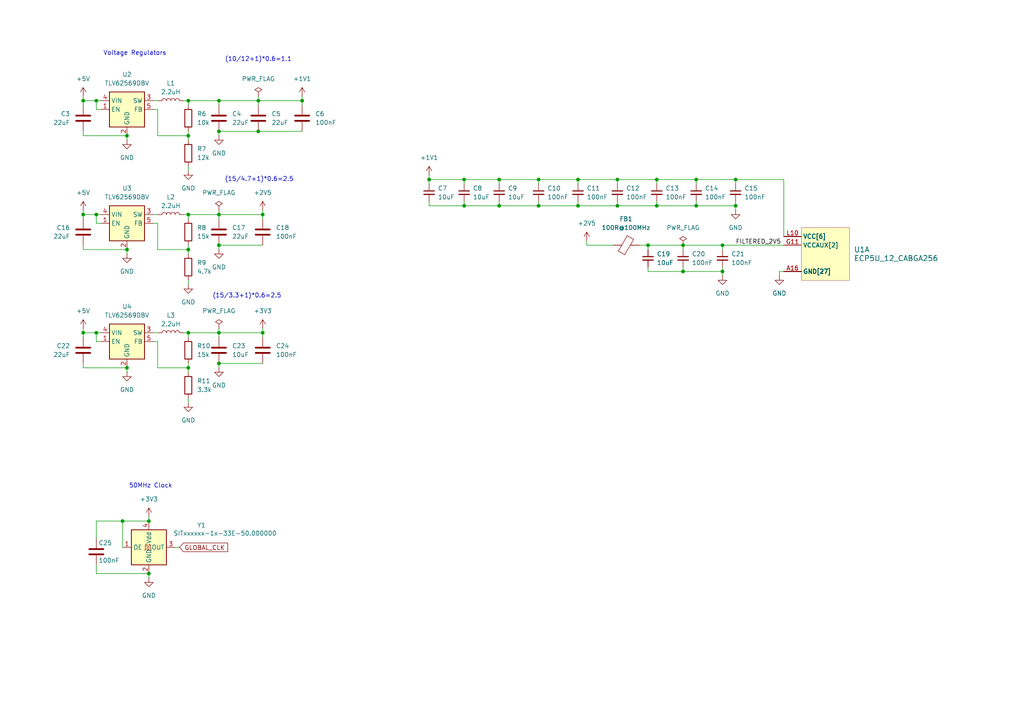
<source format=kicad_sch>
(kicad_sch (version 20250114) (generator "eeschema") (generator_version "9.0")
  (paper "A4")
  (title_block (title "Icepi zero") (date "2025-05-12") (rev "v1") (company "Chengyin Yao (cheyao)") (comment 1 "https://github.com/cheyao/icepi-zero"))
  (text "(15/4.7+1)*0.6=2.5" (at 75.184 52.07 0) (effects (font (size 1.27 1.27))))
  (text "(10/12+1)*0.6=1.1" (at 74.93 17.272 0) (effects (font (size 1.27 1.27))))
  (text "(15/3.3+1)*0.6=2.5" (at 71.628 85.852 0) (effects (font (size 1.27 1.27))))
  (text "50MHz Clock" (at 43.688 140.97 0) (effects (font (size 1.27 1.27))))
  (text "Voltage Regulators" (at 39.116 15.494 0) (effects (font (size 1.27 1.27))))
  (junction (at 209.55 71.12))
  (junction (at 63.5 38.1))
  (junction (at 54.61 72.39))
  (junction (at 54.61 106.68))
  (junction (at 213.36 52.07))
  (junction (at 201.93 52.07))
  (junction (at 27.94 62.23))
  (junction (at 167.64 52.07))
  (junction (at 43.18 151.13))
  (junction (at 74.93 29.21))
  (junction (at 35.56 151.13))
  (junction (at 63.5 29.21))
  (junction (at 74.93 38.1))
  (junction (at 179.07 59.69))
  (junction (at 190.5 59.69))
  (junction (at 27.94 29.21))
  (junction (at 54.61 39.37))
  (junction (at 24.13 29.21))
  (junction (at 63.5 96.52))
  (junction (at 36.83 39.37))
  (junction (at 27.94 96.52))
  (junction (at 190.5 52.07))
  (junction (at 198.12 71.12))
  (junction (at 144.78 59.69))
  (junction (at 87.63 29.21))
  (junction (at 201.93 59.69))
  (junction (at 187.96 71.12))
  (junction (at 63.5 71.12))
  (junction (at 124.46 52.07))
  (junction (at 134.62 59.69))
  (junction (at 167.64 59.69))
  (junction (at 54.61 96.52))
  (junction (at 36.83 106.68))
  (junction (at 63.5 62.23))
  (junction (at 76.2 62.23))
  (junction (at 63.5 105.41))
  (junction (at 24.13 96.52))
  (junction (at 43.18 166.37))
  (junction (at 134.62 52.07))
  (junction (at 76.2 96.52))
  (junction (at 179.07 52.07))
  (junction (at 209.55 78.74))
  (junction (at 36.83 72.39))
  (junction (at 198.12 78.74))
  (junction (at 156.21 52.07))
  (junction (at 144.78 52.07))
  (junction (at 24.13 62.23))
  (junction (at 213.36 59.69))
  (junction (at 156.21 59.69))
  (junction (at 54.61 29.21))
  (junction (at 54.61 62.23))
  (wire (pts (xy 27.94 29.21) (xy 27.94 31.75)))
  (wire (pts (xy 144.78 59.69) (xy 156.21 59.69)))
  (wire (pts (xy 227.33 78.74) (xy 226.06 78.74)))
  (wire (pts (xy 54.61 62.23) (xy 53.34 62.23)))
  (wire (pts (xy 134.62 52.07) (xy 124.46 52.07)))
  (wire (pts (xy 24.13 29.21) (xy 27.94 29.21)))
  (wire (pts (xy 167.64 59.69) (xy 167.64 58.42)))
  (wire (pts (xy 24.13 95.25) (xy 24.13 96.52)))
  (wire (pts (xy 24.13 29.21) (xy 24.13 30.48)))
  (wire (pts (xy 190.5 52.07) (xy 190.5 53.34)))
  (wire (pts (xy 35.56 158.75) (xy 35.56 151.13)))
  (wire (pts (xy 124.46 58.42) (xy 124.46 59.69)))
  (wire (pts (xy 54.61 39.37) (xy 45.72 39.37)))
  (wire (pts (xy 43.18 166.37) (xy 43.18 167.64)))
  (wire (pts (xy 54.61 96.52) (xy 63.5 96.52)))
  (wire (pts (xy 63.5 106.68) (xy 63.5 105.41)))
  (wire (pts (xy 54.61 62.23) (xy 63.5 62.23)))
  (wire (pts (xy 201.93 52.07) (xy 190.5 52.07)))
  (wire (pts (xy 213.36 52.07) (xy 201.93 52.07)))
  (wire (pts (xy 190.5 59.69) (xy 201.93 59.69)))
  (wire (pts (xy 209.55 72.39) (xy 209.55 71.12)))
  (wire (pts (xy 156.21 52.07) (xy 156.21 53.34)))
  (wire (pts (xy 24.13 38.1) (xy 24.13 39.37)))
  (wire (pts (xy 144.78 59.69) (xy 144.78 58.42)))
  (wire (pts (xy 63.5 60.96) (xy 63.5 62.23)))
  (wire (pts (xy 198.12 78.74) (xy 209.55 78.74)))
  (wire (pts (xy 24.13 72.39) (xy 36.83 72.39)))
  (wire (pts (xy 54.61 97.79) (xy 54.61 96.52)))
  (wire (pts (xy 54.61 106.68) (xy 45.72 106.68)))
  (wire (pts (xy 63.5 63.5) (xy 63.5 62.23)))
  (wire (pts (xy 185.42 71.12) (xy 187.96 71.12)))
  (wire (pts (xy 27.94 96.52) (xy 29.21 96.52)))
  (wire (pts (xy 54.61 30.48) (xy 54.61 29.21)))
  (wire (pts (xy 54.61 96.52) (xy 53.34 96.52)))
  (wire (pts (xy 74.93 30.48) (xy 74.93 29.21)))
  (wire (pts (xy 63.5 39.37) (xy 63.5 38.1)))
  (wire (pts (xy 50.8 158.75) (xy 52.07 158.75)))
  (wire (pts (xy 76.2 96.52) (xy 63.5 96.52)))
  (wire (pts (xy 124.46 52.07) (xy 124.46 53.34)))
  (wire (pts (xy 74.93 38.1) (xy 87.63 38.1)))
  (wire (pts (xy 24.13 62.23) (xy 27.94 62.23)))
  (wire (pts (xy 179.07 59.69) (xy 190.5 59.69)))
  (wire (pts (xy 190.5 59.69) (xy 190.5 58.42)))
  (wire (pts (xy 179.07 52.07) (xy 179.07 53.34)))
  (wire (pts (xy 187.96 78.74) (xy 198.12 78.74)))
  (wire (pts (xy 87.63 27.94) (xy 87.63 29.21)))
  (wire (pts (xy 24.13 60.96) (xy 24.13 62.23)))
  (wire (pts (xy 198.12 78.74) (xy 198.12 77.47)))
  (wire (pts (xy 24.13 27.94) (xy 24.13 29.21)))
  (wire (pts (xy 124.46 59.69) (xy 134.62 59.69)))
  (wire (pts (xy 76.2 95.25) (xy 76.2 96.52)))
  (wire (pts (xy 63.5 71.12) (xy 76.2 71.12)))
  (wire (pts (xy 76.2 60.96) (xy 76.2 62.23)))
  (wire (pts (xy 226.06 78.74) (xy 226.06 80.01)))
  (wire (pts (xy 24.13 106.68) (xy 36.83 106.68)))
  (wire (pts (xy 227.33 52.07) (xy 227.33 68.58)))
  (wire (pts (xy 201.93 58.42) (xy 201.93 59.69)))
  (wire (pts (xy 213.36 59.69) (xy 213.36 58.42)))
  (wire (pts (xy 213.36 53.34) (xy 213.36 52.07)))
  (wire (pts (xy 144.78 52.07) (xy 156.21 52.07)))
  (wire (pts (xy 187.96 71.12) (xy 198.12 71.12)))
  (wire (pts (xy 54.61 115.57) (xy 54.61 116.84)))
  (wire (pts (xy 76.2 62.23) (xy 63.5 62.23)))
  (wire (pts (xy 54.61 38.1) (xy 54.61 39.37)))
  (wire (pts (xy 63.5 95.25) (xy 63.5 96.52)))
  (wire (pts (xy 63.5 30.48) (xy 63.5 29.21)))
  (wire (pts (xy 209.55 71.12) (xy 227.33 71.12)))
  (wire (pts (xy 24.13 71.12) (xy 24.13 72.39)))
  (wire (pts (xy 36.83 72.39) (xy 36.83 73.66)))
  (wire (pts (xy 54.61 72.39) (xy 45.72 72.39)))
  (wire (pts (xy 54.61 29.21) (xy 63.5 29.21)))
  (wire (pts (xy 167.64 52.07) (xy 156.21 52.07)))
  (wire (pts (xy 179.07 52.07) (xy 190.5 52.07)))
  (wire (pts (xy 44.45 62.23) (xy 45.72 62.23)))
  (wire (pts (xy 27.94 62.23) (xy 29.21 62.23)))
  (wire (pts (xy 24.13 105.41) (xy 24.13 106.68)))
  (wire (pts (xy 27.94 156.21) (xy 27.94 151.13)))
  (wire (pts (xy 27.94 163.83) (xy 27.94 166.37)))
  (wire (pts (xy 87.63 29.21) (xy 87.63 30.48)))
  (wire (pts (xy 45.72 39.37) (xy 45.72 31.75)))
  (wire (pts (xy 63.5 97.79) (xy 63.5 96.52)))
  (wire (pts (xy 24.13 96.52) (xy 24.13 97.79)))
  (wire (pts (xy 144.78 52.07) (xy 144.78 53.34)))
  (wire (pts (xy 54.61 81.28) (xy 54.61 82.55)))
  (wire (pts (xy 27.94 62.23) (xy 27.94 64.77)))
  (wire (pts (xy 54.61 71.12) (xy 54.61 72.39)))
  (wire (pts (xy 54.61 72.39) (xy 54.61 73.66)))
  (wire (pts (xy 24.13 39.37) (xy 36.83 39.37)))
  (wire (pts (xy 187.96 71.12) (xy 187.96 72.39)))
  (wire (pts (xy 209.55 78.74) (xy 209.55 77.47)))
  (wire (pts (xy 124.46 50.8) (xy 124.46 52.07)))
  (wire (pts (xy 156.21 58.42) (xy 156.21 59.69)))
  (wire (pts (xy 45.72 106.68) (xy 45.72 99.06)))
  (wire (pts (xy 213.36 52.07) (xy 227.33 52.07)))
  (wire (pts (xy 27.94 96.52) (xy 27.94 99.06)))
  (wire (pts (xy 54.61 29.21) (xy 53.34 29.21)))
  (wire (pts (xy 54.61 39.37) (xy 54.61 40.64)))
  (wire (pts (xy 74.93 27.94) (xy 74.93 29.21)))
  (wire (pts (xy 179.07 58.42) (xy 179.07 59.69)))
  (wire (pts (xy 36.83 39.37) (xy 36.83 40.64)))
  (wire (pts (xy 43.18 149.86) (xy 43.18 151.13)))
  (wire (pts (xy 27.94 166.37) (xy 43.18 166.37)))
  (wire (pts (xy 156.21 59.69) (xy 167.64 59.69)))
  (wire (pts (xy 27.94 64.77) (xy 29.21 64.77)))
  (wire (pts (xy 167.64 52.07) (xy 167.64 53.34)))
  (wire (pts (xy 44.45 29.21) (xy 45.72 29.21)))
  (wire (pts (xy 187.96 77.47) (xy 187.96 78.74)))
  (wire (pts (xy 54.61 63.5) (xy 54.61 62.23)))
  (wire (pts (xy 74.93 29.21) (xy 63.5 29.21)))
  (wire (pts (xy 24.13 62.23) (xy 24.13 63.5)))
  (wire (pts (xy 201.93 52.07) (xy 201.93 53.34)))
  (wire (pts (xy 134.62 52.07) (xy 144.78 52.07)))
  (wire (pts (xy 198.12 71.12) (xy 209.55 71.12)))
  (wire (pts (xy 134.62 52.07) (xy 134.62 53.34)))
  (wire (pts (xy 170.18 69.85) (xy 170.18 71.12)))
  (wire (pts (xy 44.45 96.52) (xy 45.72 96.52)))
  (wire (pts (xy 45.72 99.06) (xy 44.45 99.06)))
  (wire (pts (xy 45.72 31.75) (xy 44.45 31.75)))
  (wire (pts (xy 198.12 71.12) (xy 198.12 72.39)))
  (wire (pts (xy 63.5 72.39) (xy 63.5 71.12)))
  (wire (pts (xy 36.83 106.68) (xy 36.83 107.95)))
  (wire (pts (xy 27.94 151.13) (xy 35.56 151.13)))
  (wire (pts (xy 35.56 151.13) (xy 43.18 151.13)))
  (wire (pts (xy 74.93 38.1) (xy 63.5 38.1)))
  (wire (pts (xy 27.94 31.75) (xy 29.21 31.75)))
  (wire (pts (xy 167.64 59.69) (xy 179.07 59.69)))
  (wire (pts (xy 54.61 105.41) (xy 54.61 106.68)))
  (wire (pts (xy 179.07 52.07) (xy 167.64 52.07)))
  (wire (pts (xy 87.63 29.21) (xy 74.93 29.21)))
  (wire (pts (xy 209.55 78.74) (xy 209.55 80.01)))
  (wire (pts (xy 24.13 96.52) (xy 27.94 96.52)))
  (wire (pts (xy 27.94 29.21) (xy 29.21 29.21)))
  (wire (pts (xy 76.2 62.23) (xy 76.2 63.5)))
  (wire (pts (xy 54.61 106.68) (xy 54.61 107.95)))
  (wire (pts (xy 213.36 59.69) (xy 213.36 60.96)))
  (wire (pts (xy 45.72 72.39) (xy 45.72 64.77)))
  (wire (pts (xy 134.62 59.69) (xy 144.78 59.69)))
  (wire (pts (xy 134.62 59.69) (xy 134.62 58.42)))
  (wire (pts (xy 63.5 105.41) (xy 76.2 105.41)))
  (wire (pts (xy 170.18 71.12) (xy 177.8 71.12)))
  (wire (pts (xy 54.61 48.26) (xy 54.61 49.53)))
  (wire (pts (xy 45.72 64.77) (xy 44.45 64.77)))
  (wire (pts (xy 76.2 96.52) (xy 76.2 97.79)))
  (wire (pts (xy 201.93 59.69) (xy 213.36 59.69)))
  (wire (pts (xy 27.94 99.06) (xy 29.21 99.06)))
  (label "FILTERED_2V5" (at 213.36 71.12 0))
  (global_label "GLOBAL_CLK" (shape input) (at 52.07 158.75 0) (property "Intersheetrefs" "${INTERSHEET_REFS}" (effects (hide yes))))
  (symbol (lib_id "Device:FerriteBead") (at 181.61 71.12 90) (unit 1)
    (property "Reference" "FB1" (at 181.5592 63.5 90))
    (property "Value" "100R@100MHz" (at 181.5592 66.04 90))
    (property "Footprint" "Inductor_SMD:L_0805_2012Metric" (effects (hide yes)))
    (property "Description" "Ferrite bead" (effects (hide yes)))
    (property "LCSC Part #" "C1015" (effects (hide yes)))
  )
  (symbol (lib_id "Device:C") (at 76.2 67.31 0) (unit 1)
    (property "Reference" "C18" (at 80.01 66.0399 0) (effects (justify left)))
    (property "Value" "100nF" (at 80.01 68.5799 0) (effects (justify left)))
    (property "Footprint" "Capacitor_SMD:C_0402_1005Metric" (effects (hide yes)))
    (property "Description" "Unpolarized capacitor" (effects (hide yes)))
    (property "LCSC Part #" "C307331 " (effects (hide yes)))
  )
  (symbol (lib_id "Device:R") (at 54.61 44.45 0) (unit 1)
    (property "Reference" "R7" (at 57.15 43.1799 0) (effects (justify left)))
    (property "Value" "12k" (at 57.15 45.7199 0) (effects (justify left)))
    (property "Footprint" "Resistor_SMD:R_0402_1005Metric" (effects (hide yes)))
    (property "Description" "Resistor" (effects (hide yes)))
    (property "LCSC Part #" "C25752" (effects (hide yes)))
  )
  (symbol (lib_id "Device:C_Small") (at 198.12 74.93 0) (unit 1)
    (property "Reference" "C20" (at 200.66 73.6662 0) (effects (justify left)))
    (property "Value" "100nF" (at 200.66 76.2062 0) (effects (justify left)))
    (property "Footprint" "Capacitor_SMD:C_0402_1005Metric" (effects (hide yes)))
    (property "Description" "Unpolarized capacitor, small symbol" (effects (hide yes)))
    (property "LCSC Part #" "C307331 " (effects (hide yes)))
  )
  (symbol (lib_id "power:PWR_FLAG") (at 74.93 27.94 0) (unit 1)
    (property "Reference" "#FLG01" (effects (hide yes)))
    (property "Value" "PWR_FLAG" (at 74.93 22.86 0))
    (property "Description" "Special symbol for telling ERC where power comes from" (effects (hide yes)))
  )
  (symbol (lib_id "power:+2V5") (at 76.2 60.96 0) (unit 1)
    (property "Reference" "#PWR030" (effects (hide yes)))
    (property "Value" "+2V5" (at 76.2 55.88 0))
    (property "Description" "Power symbol creates a global label with name \"+2V5\"" (effects (hide yes)))
  )
  (symbol (lib_id "Device:L") (at 49.53 96.52 90) (unit 1)
    (property "Reference" "L3" (at 49.53 91.44 90))
    (property "Value" "2.2uH" (at 49.53 93.98 90))
    (property "Footprint" "Inductor_SMD:L_0805_2012Metric" (effects (hide yes)))
    (property "Description" "Inductor" (effects (hide yes)))
    (property "LCSC Part #" "C1043" (effects (hide yes)))
  )
  (symbol (lib_id "Regulator_Switching:TLV62569DBV") (at 36.83 31.75 0) (unit 1)
    (property "Reference" "U2" (at 36.83 21.59 0))
    (property "Value" "TLV62569DBV" (at 36.83 24.13 0))
    (property "Footprint" "Package_TO_SOT_SMD:SOT-23-5" (effects (hide yes)))
    (property "Datasheet" "http://www.ti.com/lit/ds/symlink/tlv62569.pdf" (effects (hide yes)))
    (property "Description" "High Efficiency Synchronous Buck Converter, Adjustable Output 0.6V-5.5V, 2A, SOT-23-5" (effects (hide yes)))
    (property "LCSC Part #" "C141836" (effects (hide yes)))
  )
  (symbol (lib_id "Device:R") (at 54.61 101.6 0) (unit 1)
    (property "Reference" "R10" (at 57.15 100.3299 0) (effects (justify left)))
    (property "Value" "15k" (at 57.15 102.8699 0) (effects (justify left)))
    (property "Footprint" "Resistor_SMD:R_0402_1005Metric" (effects (hide yes)))
    (property "Description" "Resistor" (effects (hide yes)))
    (property "LCSC Part #" "C25756 " (effects (hide yes)))
  )
  (symbol (lib_id "Device:R") (at 54.61 34.29 0) (unit 1)
    (property "Reference" "R6" (at 57.15 33.0199 0) (effects (justify left)))
    (property "Value" "10k" (at 57.15 35.5599 0) (effects (justify left)))
    (property "Footprint" "Resistor_SMD:R_0402_1005Metric" (effects (hide yes)))
    (property "Description" "Resistor" (effects (hide yes)))
    (property "LCSC Part #" "C25744" (effects (hide yes)))
  )
  (symbol (lib_id "Device:C_Small") (at 156.21 55.88 0) (unit 1)
    (property "Reference" "C10" (at 158.75 54.6162 0) (effects (justify left)))
    (property "Value" "100nF" (at 158.75 57.1562 0) (effects (justify left)))
    (property "Footprint" "Capacitor_SMD:C_0402_1005Metric" (effects (hide yes)))
    (property "Description" "Unpolarized capacitor, small symbol" (effects (hide yes)))
    (property "LCSC Part #" "C307331 " (effects (hide yes)))
  )
  (symbol (lib_id "power:PWR_FLAG") (at 63.5 95.25 0) (unit 1)
    (property "Reference" "#FLG04" (effects (hide yes)))
    (property "Value" "PWR_FLAG" (at 63.5 90.17 0))
    (property "Description" "Special symbol for telling ERC where power comes from" (effects (hide yes)))
  )
  (symbol (lib_id "power:GND") (at 54.61 116.84 0) (unit 1)
    (property "Reference" "#PWR042" (effects (hide yes)))
    (property "Value" "GND" (at 54.61 121.92 0))
    (property "Description" "Power symbol creates a global label with name \"GND\" , ground" (effects (hide yes)))
  )
  (symbol (lib_id "Oscillator:SiT8008xx-1x-xxE") (at 43.18 158.75 0) (unit 1)
    (property "Reference" "Y1" (at 58.42 152.3298 0))
    (property "Value" "SITxxxxxx-1x-33E-50.000000" (at 65.278 154.686 0))
    (property "Footprint" "Oscillator:Oscillator_SMD_SiT_PQFN-4Pin_2.5x2.0mm" (effects (hide yes)))
    (property "Datasheet" "https://www.sitime.com/support/resource-library/datasheets/sit8008-datasheet" (effects (hide yes)))
    (property "Description" "SiTime Low Power Mems programmable oscillator, 1MHz to 110MHz, PQFN-4, 2.5x2.0mm (with output enable pin)" (effects (hide yes)))
    (property "LCSC Part #" "C1182928" (effects (hide yes)))
  )
  (symbol (lib_id "Device:C_Small") (at 124.46 55.88 0) (unit 1)
    (property "Reference" "C7" (at 127 54.6162 0) (effects (justify left)))
    (property "Value" "10uF" (at 127 57.1562 0) (effects (justify left)))
    (property "Footprint" "Capacitor_SMD:C_0603_1608Metric" (effects (hide yes)))
    (property "Description" "Unpolarized capacitor, small symbol" (effects (hide yes)))
    (property "LCSC Part #" "C19702" (effects (hide yes)))
  )
  (symbol (lib_id "Regulator_Switching:TLV62569DBV") (at 36.83 64.77 0) (unit 1)
    (property "Reference" "U3" (at 36.83 54.61 0))
    (property "Value" "TLV62569DBV" (at 36.83 57.15 0))
    (property "Footprint" "Package_TO_SOT_SMD:SOT-23-5" (effects (hide yes)))
    (property "Datasheet" "http://www.ti.com/lit/ds/symlink/tlv62569.pdf" (effects (hide yes)))
    (property "Description" "High Efficiency Synchronous Buck Converter, Adjustable Output 0.6V-5.5V, 2A, SOT-23-5" (effects (hide yes)))
    (property "LCSC Part #" "C141836" (effects (hide yes)))
  )
  (symbol (lib_id "power:GND") (at 54.61 82.55 0) (unit 1)
    (property "Reference" "#PWR037" (effects (hide yes)))
    (property "Value" "GND" (at 54.61 87.63 0))
    (property "Description" "Power symbol creates a global label with name \"GND\" , ground" (effects (hide yes)))
  )
  (symbol (lib_id "power:GND") (at 63.5 106.68 0) (unit 1)
    (property "Reference" "#PWR040" (effects (hide yes)))
    (property "Value" "GND" (at 63.5 111.76 0))
    (property "Description" "Power symbol creates a global label with name \"GND\" , ground" (effects (hide yes)))
  )
  (symbol (lib_id "power:GND") (at 63.5 39.37 0) (unit 1)
    (property "Reference" "#PWR025" (effects (hide yes)))
    (property "Value" "GND" (at 63.5 44.45 0))
    (property "Description" "Power symbol creates a global label with name \"GND\" , ground" (effects (hide yes)))
  )
  (symbol (lib_id "power:GND") (at 63.5 72.39 0) (unit 1)
    (property "Reference" "#PWR033" (effects (hide yes)))
    (property "Value" "GND" (at 63.5 77.47 0))
    (property "Description" "Power symbol creates a global label with name \"GND\" , ground" (effects (hide yes)))
  )
  (symbol (lib_id "power:+5V") (at 24.13 27.94 0) (unit 1)
    (property "Reference" "#PWR023" (effects (hide yes)))
    (property "Value" "+5V" (at 24.13 22.86 0))
    (property "Description" "Power symbol creates a global label with name \"+5V\"" (effects (hide yes)))
  )
  (symbol (lib_id "Device:R") (at 54.61 111.76 0) (unit 1)
    (property "Reference" "R11" (at 57.15 110.4899 0) (effects (justify left)))
    (property "Value" "3.3k" (at 57.15 113.0299 0) (effects (justify left)))
    (property "Footprint" "Resistor_SMD:R_0402_1005Metric" (effects (hide yes)))
    (property "Description" "Resistor" (effects (hide yes)))
    (property "LCSC Part #" "C25890 " (effects (hide yes)))
  )
  (symbol (lib_id "Device:C_Small") (at 144.78 55.88 0) (unit 1)
    (property "Reference" "C9" (at 147.32 54.6162 0) (effects (justify left)))
    (property "Value" "10uF" (at 147.32 57.1562 0) (effects (justify left)))
    (property "Footprint" "Capacitor_SMD:C_0603_1608Metric" (effects (hide yes)))
    (property "Description" "Unpolarized capacitor, small symbol" (effects (hide yes)))
    (property "LCSC Part #" "C19702" (effects (hide yes)))
  )
  (symbol (lib_id "Device:L") (at 49.53 29.21 90) (unit 1)
    (property "Reference" "L1" (at 49.53 24.13 90))
    (property "Value" "2.2uH" (at 49.53 26.67 90))
    (property "Footprint" "Inductor_SMD:L_0805_2012Metric" (effects (hide yes)))
    (property "Description" "Inductor" (effects (hide yes)))
    (property "LCSC Part #" "C1043" (effects (hide yes)))
  )
  (symbol (lib_id "Device:C") (at 24.13 67.31 0) (unit 1)
    (property "Reference" "C16" (at 20.32 66.0399 0) (effects (justify right)))
    (property "Value" "22uF" (at 20.32 68.5799 0) (effects (justify right)))
    (property "Footprint" "Capacitor_SMD:C_0603_1608Metric" (effects (hide yes)))
    (property "Description" "Unpolarized capacitor" (effects (hide yes)))
    (property "LCSC Part #" "C59461 " (effects (hide yes)))
  )
  (symbol (lib_id "power:GND") (at 226.06 80.01 0) (unit 1)
    (property "Reference" "#PWR036" (effects (hide yes)))
    (property "Value" "GND" (at 226.06 85.09 0))
    (property "Description" "Power symbol creates a global label with name \"GND\" , ground" (effects (hide yes)))
  )
  (symbol (lib_id "power:PWR_FLAG") (at 198.12 71.12 0) (unit 1)
    (property "Reference" "#FLG03" (effects (hide yes)))
    (property "Value" "PWR_FLAG" (at 198.12 66.04 0))
    (property "Description" "Special symbol for telling ERC where power comes from" (effects (hide yes)))
  )
  (symbol (lib_id "Device:C_Small") (at 179.07 55.88 0) (unit 1)
    (property "Reference" "C12" (at 181.61 54.6162 0) (effects (justify left)))
    (property "Value" "100nF" (at 181.61 57.1562 0) (effects (justify left)))
    (property "Footprint" "Capacitor_SMD:C_0402_1005Metric" (effects (hide yes)))
    (property "Description" "Unpolarized capacitor, small symbol" (effects (hide yes)))
    (property "LCSC Part #" "C307331 " (effects (hide yes)))
  )
  (symbol (lib_id "power:GND") (at 209.55 80.01 0) (unit 1)
    (property "Reference" "#PWR035" (effects (hide yes)))
    (property "Value" "GND" (at 209.55 85.09 0))
    (property "Description" "Power symbol creates a global label with name \"GND\" , ground" (effects (hide yes)))
  )
  (symbol (lib_id "power:GND") (at 36.83 73.66 0) (unit 1)
    (property "Reference" "#PWR034" (effects (hide yes)))
    (property "Value" "GND" (at 36.83 78.74 0))
    (property "Description" "Power symbol creates a global label with name \"GND\" , ground" (effects (hide yes)))
  )
  (symbol (lib_id "Device:C_Small") (at 213.36 55.88 0) (unit 1)
    (property "Reference" "C15" (at 215.9 54.6162 0) (effects (justify left)))
    (property "Value" "100nF" (at 215.9 57.1562 0) (effects (justify left)))
    (property "Footprint" "Capacitor_SMD:C_0402_1005Metric" (effects (hide yes)))
    (property "Description" "Unpolarized capacitor, small symbol" (effects (hide yes)))
    (property "LCSC Part #" "C307331 " (effects (hide yes)))
  )
  (symbol (lib_id "power:GND") (at 36.83 40.64 0) (unit 1)
    (property "Reference" "#PWR026" (effects (hide yes)))
    (property "Value" "GND" (at 36.83 45.72 0))
    (property "Description" "Power symbol creates a global label with name \"GND\" , ground" (effects (hide yes)))
  )
  (symbol (lib_id "Device:C_Small") (at 134.62 55.88 0) (unit 1)
    (property "Reference" "C8" (at 137.16 54.6162 0) (effects (justify left)))
    (property "Value" "10uF" (at 137.16 57.1562 0) (effects (justify left)))
    (property "Footprint" "Capacitor_SMD:C_0603_1608Metric" (effects (hide yes)))
    (property "Description" "Unpolarized capacitor, small symbol" (effects (hide yes)))
    (property "LCSC Part #" "C19702" (effects (hide yes)))
  )
  (symbol (lib_id "power:+5V") (at 24.13 95.25 0) (unit 1)
    (property "Reference" "#PWR038" (effects (hide yes)))
    (property "Value" "+5V" (at 24.13 90.17 0))
    (property "Description" "Power symbol creates a global label with name \"+5V\"" (effects (hide yes)))
  )
  (symbol (lib_id "Device:C") (at 87.63 34.29 0) (unit 1)
    (property "Reference" "C6" (at 91.44 33.0199 0) (effects (justify left)))
    (property "Value" "100nF" (at 91.44 35.5599 0) (effects (justify left)))
    (property "Footprint" "Capacitor_SMD:C_0402_1005Metric" (effects (hide yes)))
    (property "Description" "Unpolarized capacitor" (effects (hide yes)))
    (property "LCSC Part #" "C307331 " (effects (hide yes)))
  )
  (symbol (lib_id "power:GND") (at 43.18 167.64 0) (unit 1)
    (property "Reference" "#PWR044" (effects (hide yes)))
    (property "Value" "GND" (at 43.18 172.72 0))
    (property "Description" "Power symbol creates a global label with name \"GND\" , ground" (effects (hide yes)))
  )
  (symbol (lib_id "power:+1V1") (at 124.46 50.8 0) (unit 1)
    (property "Reference" "#PWR028" (effects (hide yes)))
    (property "Value" "+1V1" (at 124.46 45.72 0))
    (property "Description" "Power symbol creates a global label with name \"+1V1\"" (effects (hide yes)))
  )
  (symbol (lib_id "Device:C_Small") (at 187.96 74.93 0) (unit 1)
    (property "Reference" "C19" (at 190.5 73.6662 0) (effects (justify left)))
    (property "Value" "10uF" (at 190.5 76.2062 0) (effects (justify left)))
    (property "Footprint" "Capacitor_SMD:C_0603_1608Metric" (effects (hide yes)))
    (property "Description" "Unpolarized capacitor, small symbol" (effects (hide yes)))
    (property "LCSC Part #" "C19702" (effects (hide yes)))
  )
  (symbol (lib_id "Device:C") (at 63.5 101.6 0) (mirror y) (unit 1)
    (property "Reference" "C23" (at 67.31 100.3299 0) (effects (justify right)))
    (property "Value" "10uF" (at 67.31 102.8699 0) (effects (justify right)))
    (property "Footprint" "Capacitor_SMD:C_0603_1608Metric" (effects (hide yes)))
    (property "Description" "Unpolarized capacitor" (effects (hide yes)))
    (property "LCSC Part #" "C19702" (effects (hide yes)))
  )
  (symbol (lib_id "Device:C_Small") (at 201.93 55.88 0) (unit 1)
    (property "Reference" "C14" (at 204.47 54.6162 0) (effects (justify left)))
    (property "Value" "100nF" (at 204.47 57.1562 0) (effects (justify left)))
    (property "Footprint" "Capacitor_SMD:C_0402_1005Metric" (effects (hide yes)))
    (property "Description" "Unpolarized capacitor, small symbol" (effects (hide yes)))
    (property "LCSC Part #" "C307331 " (effects (hide yes)))
  )
  (symbol (lib_id "power:+1V1") (at 87.63 27.94 0) (unit 1)
    (property "Reference" "#PWR024" (effects (hide yes)))
    (property "Value" "+1V1" (at 87.63 22.86 0))
    (property "Description" "Power symbol creates a global label with name \"+1V1\"" (effects (hide yes)))
  )
  (symbol (lib_id "power:+3V3") (at 43.18 149.86 0) (unit 1)
    (property "Reference" "#PWR043" (effects (hide yes)))
    (property "Value" "+3V3" (at 43.18 144.78 0))
    (property "Description" "Power symbol creates a global label with name \"+3V3\"" (effects (hide yes)))
  )
  (symbol (lib_id "Regulator_Switching:TLV62569DBV") (at 36.83 99.06 0) (unit 1)
    (property "Reference" "U4" (at 36.83 88.9 0))
    (property "Value" "TLV62569DBV" (at 36.83 91.44 0))
    (property "Footprint" "Package_TO_SOT_SMD:SOT-23-5" (effects (hide yes)))
    (property "Datasheet" "http://www.ti.com/lit/ds/symlink/tlv62569.pdf" (effects (hide yes)))
    (property "Description" "High Efficiency Synchronous Buck Converter, Adjustable Output 0.6V-5.5V, 2A, SOT-23-5" (effects (hide yes)))
    (property "LCSC Part #" "C141836" (effects (hide yes)))
  )
  (symbol (lib_id "power:GND") (at 54.61 49.53 0) (unit 1)
    (property "Reference" "#PWR027" (effects (hide yes)))
    (property "Value" "GND" (at 54.61 54.61 0))
    (property "Description" "Power symbol creates a global label with name \"GND\" , ground" (effects (hide yes)))
  )
  (symbol (lib_id "power:PWR_FLAG") (at 63.5 60.96 0) (unit 1)
    (property "Reference" "#FLG02" (effects (hide yes)))
    (property "Value" "PWR_FLAG" (at 63.5 55.88 0))
    (property "Description" "Special symbol for telling ERC where power comes from" (effects (hide yes)))
  )
  (symbol (lib_id "Device:C") (at 24.13 101.6 0) (unit 1)
    (property "Reference" "C22" (at 20.32 100.3299 0) (effects (justify right)))
    (property "Value" "22uF" (at 20.32 102.8699 0) (effects (justify right)))
    (property "Footprint" "Capacitor_SMD:C_0603_1608Metric" (effects (hide yes)))
    (property "Description" "Unpolarized capacitor" (effects (hide yes)))
    (property "LCSC Part #" "C59461 " (effects (hide yes)))
  )
  (symbol (lib_id "power:+2V5") (at 170.18 69.85 0) (unit 1)
    (property "Reference" "#PWR032" (effects (hide yes)))
    (property "Value" "+2V5" (at 170.18 64.77 0))
    (property "Description" "Power symbol creates a global label with name \"+2V5\"" (effects (hide yes)))
  )
  (symbol (lib_id "power:GND") (at 213.36 60.96 0) (unit 1)
    (property "Reference" "#PWR031" (effects (hide yes)))
    (property "Value" "GND" (at 213.36 66.04 0))
    (property "Description" "Power symbol creates a global label with name \"GND\" , ground" (effects (hide yes)))
  )
  (symbol (lib_id "Device:R") (at 54.61 67.31 0) (unit 1)
    (property "Reference" "R8" (at 57.15 66.0399 0) (effects (justify left)))
    (property "Value" "15k" (at 57.15 68.5799 0) (effects (justify left)))
    (property "Footprint" "Resistor_SMD:R_0402_1005Metric" (effects (hide yes)))
    (property "Description" "Resistor" (effects (hide yes)))
    (property "LCSC Part #" "C25756 " (effects (hide yes)))
  )
  (symbol (lib_id "power:+5V") (at 24.13 60.96 0) (unit 1)
    (property "Reference" "#PWR029" (effects (hide yes)))
    (property "Value" "+5V" (at 24.13 55.88 0))
    (property "Description" "Power symbol creates a global label with name \"+5V\"" (effects (hide yes)))
  )
  (symbol (lib_id "josh:ECP5U_12_CABGA256") (at 240.03 73.66 0) (unit 1)
    (property "Reference" "U1" (at 247.65 72.3899 0) (effects (font (size 1.524 1.524)) (justify left)))
    (property "Value" "ECP5U_12_CABGA256" (at 247.65 74.9299 0) (effects (font (size 1.524 1.524)) (justify left)))
    (property "Footprint" "Package_BGA:BGA-256_14.0x14.0mm_Layout16x16_P0.8mm_Ball0.45mm_Pad0.32mm_NSMD" (effects (hide yes)))
    (property "Datasheet" "https://www.lcsc.com/datasheet/lcsc_datasheet_2411220131_Lattice-LFE5U-25F-6BG256C_C1521614.pdf" (effects (hide yes)))
    (property "LCSC Part #" "C1521614" (effects (hide yes)))
  )
  (symbol (lib_id "Device:C_Small") (at 190.5 55.88 0) (unit 1)
    (property "Reference" "C13" (at 193.04 54.6162 0) (effects (justify left)))
    (property "Value" "100nF" (at 193.04 57.1562 0) (effects (justify left)))
    (property "Footprint" "Capacitor_SMD:C_0402_1005Metric" (effects (hide yes)))
    (property "Description" "Unpolarized capacitor, small symbol" (effects (hide yes)))
    (property "LCSC Part #" "C307331 " (effects (hide yes)))
  )
  (symbol (lib_id "Device:C_Small") (at 167.64 55.88 0) (unit 1)
    (property "Reference" "C11" (at 170.18 54.6162 0) (effects (justify left)))
    (property "Value" "100nF" (at 170.18 57.1562 0) (effects (justify left)))
    (property "Footprint" "Capacitor_SMD:C_0402_1005Metric" (effects (hide yes)))
    (property "Description" "Unpolarized capacitor, small symbol" (effects (hide yes)))
    (property "LCSC Part #" "C307331 " (effects (hide yes)))
  )
  (symbol (lib_id "Device:L") (at 49.53 62.23 90) (unit 1)
    (property "Reference" "L2" (at 49.53 57.15 90))
    (property "Value" "2.2uH" (at 49.53 59.69 90))
    (property "Footprint" "Inductor_SMD:L_0805_2012Metric" (effects (hide yes)))
    (property "Description" "Inductor" (effects (hide yes)))
    (property "LCSC Part #" "C1043" (effects (hide yes)))
  )
  (symbol (lib_id "Device:C") (at 27.94 160.02 0) (unit 1)
    (property "Reference" "C25" (at 28.575 157.48 0) (effects (justify left)))
    (property "Value" "100nF" (at 28.575 162.56 0) (effects (justify left)))
    (property "Footprint" "Capacitor_SMD:C_0402_1005Metric" (effects (hide yes)))
    (property "LCSC Part #" "C307331 " (effects (hide yes)))
  )
  (symbol (lib_id "Device:C_Small") (at 209.55 74.93 0) (unit 1)
    (property "Reference" "C21" (at 212.09 73.6662 0) (effects (justify left)))
    (property "Value" "100nF" (at 212.09 76.2062 0) (effects (justify left)))
    (property "Footprint" "Capacitor_SMD:C_0402_1005Metric" (effects (hide yes)))
    (property "Description" "Unpolarized capacitor, small symbol" (effects (hide yes)))
    (property "LCSC Part #" "C307331 " (effects (hide yes)))
  )
  (symbol (lib_id "Device:C") (at 63.5 34.29 0) (mirror y) (unit 1)
    (property "Reference" "C4" (at 67.31 33.0199 0) (effects (justify right)))
    (property "Value" "22uF" (at 67.31 35.5599 0) (effects (justify right)))
    (property "Footprint" "Capacitor_SMD:C_0603_1608Metric" (effects (hide yes)))
    (property "Description" "Unpolarized capacitor" (effects (hide yes)))
    (property "LCSC Part #" "C59461 " (effects (hide yes)))
  )
  (symbol (lib_id "power:GND") (at 36.83 107.95 0) (unit 1)
    (property "Reference" "#PWR041" (effects (hide yes)))
    (property "Value" "GND" (at 36.83 113.03 0))
    (property "Description" "Power symbol creates a global label with name \"GND\" , ground" (effects (hide yes)))
  )
  (symbol (lib_id "Device:C") (at 74.93 34.29 0) (mirror y) (unit 1)
    (property "Reference" "C5" (at 78.74 33.0199 0) (effects (justify right)))
    (property "Value" "22uF" (at 78.74 35.5599 0) (effects (justify right)))
    (property "Footprint" "Capacitor_SMD:C_0603_1608Metric" (effects (hide yes)))
    (property "Description" "Unpolarized capacitor" (effects (hide yes)))
    (property "LCSC Part #" "C59461 " (effects (hide yes)))
  )
  (symbol (lib_id "Device:C") (at 76.2 101.6 0) (unit 1)
    (property "Reference" "C24" (at 80.01 100.3299 0) (effects (justify left)))
    (property "Value" "100nF" (at 80.01 102.8699 0) (effects (justify left)))
    (property "Footprint" "Capacitor_SMD:C_0402_1005Metric" (effects (hide yes)))
    (property "Description" "Unpolarized capacitor" (effects (hide yes)))
    (property "LCSC Part #" "C307331 " (effects (hide yes)))
  )
  (symbol (lib_id "Device:C") (at 24.13 34.29 0) (unit 1)
    (property "Reference" "C3" (at 20.32 33.0199 0) (effects (justify right)))
    (property "Value" "22uF" (at 20.32 35.5599 0) (effects (justify right)))
    (property "Footprint" "Capacitor_SMD:C_0603_1608Metric" (effects (hide yes)))
    (property "Description" "Unpolarized capacitor" (effects (hide yes)))
    (property "LCSC Part #" "C59461 " (effects (hide yes)))
  )
  (symbol (lib_id "Device:R") (at 54.61 77.47 0) (unit 1)
    (property "Reference" "R9" (at 57.15 76.1999 0) (effects (justify left)))
    (property "Value" "4.7k" (at 57.15 78.7399 0) (effects (justify left)))
    (property "Footprint" "Resistor_SMD:R_0402_1005Metric" (effects (hide yes)))
    (property "Description" "Resistor" (effects (hide yes)))
    (property "LCSC Part #" "C25900 " (effects (hide yes)))
  )
  (symbol (lib_id "Device:C") (at 63.5 67.31 0) (mirror y) (unit 1)
    (property "Reference" "C17" (at 67.31 66.0399 0) (effects (justify right)))
    (property "Value" "22uF" (at 67.31 68.5799 0) (effects (justify right)))
    (property "Footprint" "Capacitor_SMD:C_0603_1608Metric" (effects (hide yes)))
    (property "Description" "Unpolarized capacitor" (effects (hide yes)))
    (property "LCSC Part #" "C59461 " (effects (hide yes)))
  )
  (symbol (lib_id "power:+3V3") (at 76.2 95.25 0) (unit 1)
    (property "Reference" "#PWR039" (effects (hide yes)))
    (property "Value" "+3V3" (at 76.2 90.17 0))
    (property "Description" "Power symbol creates a global label with name \"+3V3\"" (effects (hide yes)))
  )
)
</source>
